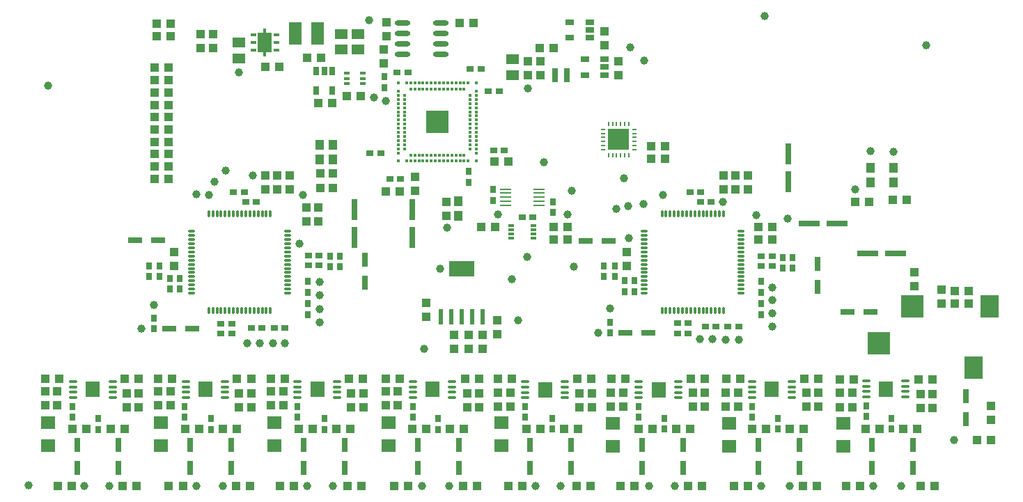
<source format=gtp>
%FSLAX24Y24*%
%MOIN*%
G70*
G01*
G75*
G04 Layer_Color=8421504*
%ADD10R,0.0433X0.0394*%
%ADD11R,0.0591X0.1102*%
%ADD12R,0.0394X0.0433*%
%ADD13R,0.0709X0.0256*%
%ADD14R,0.0256X0.0709*%
%ADD15R,0.0256X0.1024*%
%ADD16R,0.1024X0.0256*%
%ADD17R,0.0276X0.0354*%
%ADD18C,0.0394*%
%ADD19R,0.0709X0.0630*%
%ADD20R,0.0354X0.0276*%
%ADD21O,0.0571X0.0098*%
%ADD22R,0.0236X0.0748*%
%ADD23R,0.1220X0.0748*%
%ADD24R,0.0276X0.0394*%
%ADD25R,0.0256X0.0157*%
%ADD26R,0.0591X0.0512*%
%ADD27R,0.0394X0.0276*%
%ADD28R,0.0276X0.0709*%
%ADD29O,0.0748X0.0236*%
%ADD30R,0.0276X0.0177*%
%ADD31R,0.0650X0.0965*%
%ADD32R,0.0177X0.0207*%
%ADD33O,0.0335X0.0118*%
%ADD34O,0.0118X0.0335*%
%ADD35R,0.0984X0.0984*%
%ADD36O,0.0098X0.0256*%
%ADD37O,0.0256X0.0098*%
%ADD38R,0.0276X0.0118*%
%ADD39R,0.0681X0.0728*%
%ADD40O,0.0402X0.0161*%
%ADD41R,0.1102X0.1102*%
%ADD42R,0.0118X0.0118*%
%ADD43R,0.0118X0.0118*%
%ADD44R,0.0866X0.1102*%
%ADD45R,0.1102X0.1102*%
%ADD46R,0.0433X0.0472*%
%ADD47C,0.0080*%
%ADD48C,0.0120*%
%ADD49C,0.0200*%
%ADD50C,0.0250*%
%ADD51C,0.0350*%
%ADD52C,0.0060*%
%ADD53C,0.0500*%
%ADD54C,0.0100*%
%ADD55C,0.0300*%
%ADD56C,0.0705*%
%ADD57C,0.0500*%
%ADD58C,0.1969*%
%ADD59C,0.1299*%
%ADD60C,0.1496*%
%ADD61R,0.0630X0.0630*%
%ADD62C,0.0630*%
%ADD63C,0.0945*%
%ADD64C,0.0200*%
%ADD65C,0.0240*%
%ADD66C,0.0400*%
%ADD67C,0.0260*%
%ADD68C,0.0160*%
%ADD69C,0.0400*%
%ADD70C,0.0750*%
%ADD71C,0.1680*%
%ADD72C,0.0770*%
%ADD73C,0.1581*%
%ADD74C,0.1109*%
%ADD75C,0.1306*%
%ADD76C,0.0762*%
%ADD77C,0.0951*%
%ADD78C,0.1069*%
%ADD79C,0.0520*%
%ADD80C,0.0600*%
%ADD81C,0.0680*%
%ADD82C,0.1778*%
%ADD83C,0.0530*%
%ADD84R,0.2205X0.0827*%
%ADD85R,0.0118X0.0276*%
%ADD86O,0.0138X0.0551*%
%ADD87C,0.0157*%
%ADD88C,0.0098*%
%ADD89C,0.0039*%
%ADD90C,0.0079*%
%ADD91C,0.0020*%
%ADD92C,0.0063*%
%ADD93C,0.0032*%
%ADD94C,0.0059*%
D10*
X23599Y12989D02*
D03*
X24268D02*
D03*
X9339Y27870D02*
D03*
X8670D02*
D03*
X9339Y27290D02*
D03*
X8670D02*
D03*
X32325Y21420D02*
D03*
X32995D02*
D03*
X47522Y14485D02*
D03*
X46853D02*
D03*
X25013Y10863D02*
D03*
X25682D02*
D03*
X29473Y10870D02*
D03*
X28803D02*
D03*
X37828Y8474D02*
D03*
X37158D02*
D03*
X36304Y5752D02*
D03*
X36973D02*
D03*
X27040Y8474D02*
D03*
X26371D02*
D03*
X25496Y5752D02*
D03*
X26165D02*
D03*
X39628Y8474D02*
D03*
X38958D02*
D03*
X28840D02*
D03*
X28171D02*
D03*
X40280Y5752D02*
D03*
X39611D02*
D03*
X29433Y5752D02*
D03*
X28764D02*
D03*
X43270Y8468D02*
D03*
X42601D02*
D03*
X41658Y5746D02*
D03*
X42327D02*
D03*
X32395Y8474D02*
D03*
X31725D02*
D03*
X30880Y5752D02*
D03*
X31550D02*
D03*
X45070Y8468D02*
D03*
X44401D02*
D03*
X34195Y8474D02*
D03*
X33525D02*
D03*
X45895Y5750D02*
D03*
X45225D02*
D03*
X34778Y5752D02*
D03*
X34109D02*
D03*
X24858Y18147D02*
D03*
X24189D02*
D03*
X27654Y17556D02*
D03*
X28323D02*
D03*
X27654Y18147D02*
D03*
X28323D02*
D03*
X38145Y17530D02*
D03*
X37475D02*
D03*
X38149Y18130D02*
D03*
X37480D02*
D03*
X47522Y15076D02*
D03*
X46853D02*
D03*
X47945Y7950D02*
D03*
X48615D02*
D03*
X44575Y19430D02*
D03*
X43905D02*
D03*
X42102Y19331D02*
D03*
X42771D02*
D03*
X23599Y12320D02*
D03*
X24268D02*
D03*
X12477Y5755D02*
D03*
X13146D02*
D03*
X23343D02*
D03*
X24012D02*
D03*
X11847Y8472D02*
D03*
X12516D02*
D03*
X22713D02*
D03*
X23382D02*
D03*
X9917Y5755D02*
D03*
X9248D02*
D03*
X10036Y8472D02*
D03*
X10705D02*
D03*
X20705Y5755D02*
D03*
X20036D02*
D03*
X20902Y8472D02*
D03*
X21571D02*
D03*
X12516Y10873D02*
D03*
X13185D02*
D03*
X23421Y10873D02*
D03*
X24091D02*
D03*
X9406Y10873D02*
D03*
X8736D02*
D03*
X20311D02*
D03*
X19642D02*
D03*
X7043Y5755D02*
D03*
X7713D02*
D03*
X17792D02*
D03*
X18461D02*
D03*
X6453Y8472D02*
D03*
X7122D02*
D03*
X17280D02*
D03*
X17949D02*
D03*
X4595Y5755D02*
D03*
X3926D02*
D03*
X4642Y8472D02*
D03*
X5311D02*
D03*
X15232Y5755D02*
D03*
X14563D02*
D03*
X15469Y8472D02*
D03*
X16138D02*
D03*
X7122Y10873D02*
D03*
X7791D02*
D03*
X17870D02*
D03*
X18540D02*
D03*
X4012D02*
D03*
X3343D02*
D03*
X14799D02*
D03*
X14130D02*
D03*
X17063Y24072D02*
D03*
X16394D02*
D03*
X24825Y21280D02*
D03*
X25495D02*
D03*
X20310Y19836D02*
D03*
X19640D02*
D03*
X18441Y24426D02*
D03*
X17772D02*
D03*
X13859Y25794D02*
D03*
X14528D02*
D03*
X15855Y26240D02*
D03*
X16525D02*
D03*
X27678Y26703D02*
D03*
X27009D02*
D03*
X32325Y22000D02*
D03*
X32995D02*
D03*
X23166Y27911D02*
D03*
X23835D02*
D03*
X9240Y25762D02*
D03*
X8571D02*
D03*
X9240Y20447D02*
D03*
X8571D02*
D03*
X9240Y21037D02*
D03*
X8571D02*
D03*
X9240Y21628D02*
D03*
X8571D02*
D03*
X9240Y22218D02*
D03*
X8571D02*
D03*
X9240Y23399D02*
D03*
X8571D02*
D03*
X9240Y23990D02*
D03*
X8571D02*
D03*
X9240Y24581D02*
D03*
X8571D02*
D03*
X9240Y25171D02*
D03*
X8571D02*
D03*
X34227Y10870D02*
D03*
X34896D02*
D03*
X45123Y10844D02*
D03*
X45792D02*
D03*
X31087Y10860D02*
D03*
X30418D02*
D03*
X42034Y10859D02*
D03*
X41365D02*
D03*
X39651Y10870D02*
D03*
X40320D02*
D03*
X36590Y10860D02*
D03*
X35920D02*
D03*
X9240Y22809D02*
D03*
X8571D02*
D03*
D11*
X16360Y27400D02*
D03*
X15297D02*
D03*
D12*
X10780Y27379D02*
D03*
Y26710D02*
D03*
X11360Y27379D02*
D03*
Y26710D02*
D03*
X28902Y9512D02*
D03*
Y10181D02*
D03*
X25595Y9531D02*
D03*
Y10200D02*
D03*
X25013Y10211D02*
D03*
Y9542D02*
D03*
X29492Y10181D02*
D03*
Y9512D02*
D03*
X36374Y19938D02*
D03*
Y20608D02*
D03*
X36965Y19938D02*
D03*
Y20608D02*
D03*
X35784Y19938D02*
D03*
Y20608D02*
D03*
X31177Y16277D02*
D03*
Y16946D02*
D03*
X44950Y15975D02*
D03*
Y15305D02*
D03*
X46230Y15155D02*
D03*
Y14485D02*
D03*
X48610Y9575D02*
D03*
Y8905D02*
D03*
X14445Y19938D02*
D03*
Y20608D02*
D03*
X13854Y19938D02*
D03*
Y20608D02*
D03*
X16414Y19072D02*
D03*
Y18403D02*
D03*
X15823Y19072D02*
D03*
Y18403D02*
D03*
X15036Y20608D02*
D03*
Y19938D02*
D03*
X9484Y16277D02*
D03*
Y16946D02*
D03*
X24957Y13678D02*
D03*
Y13009D02*
D03*
X21571Y13836D02*
D03*
Y14505D02*
D03*
X22910Y12300D02*
D03*
Y12970D02*
D03*
X13205Y9515D02*
D03*
Y10184D02*
D03*
X24110Y9515D02*
D03*
Y10184D02*
D03*
X8717Y9594D02*
D03*
Y10263D02*
D03*
X19622Y9594D02*
D03*
Y10263D02*
D03*
X9347D02*
D03*
Y9594D02*
D03*
X20213Y10263D02*
D03*
Y9594D02*
D03*
X12614Y10184D02*
D03*
Y9515D02*
D03*
X23520Y10184D02*
D03*
Y9515D02*
D03*
X7811D02*
D03*
Y10184D02*
D03*
X18559Y9515D02*
D03*
Y10184D02*
D03*
X3323Y9594D02*
D03*
Y10263D02*
D03*
X14150Y9594D02*
D03*
Y10263D02*
D03*
X3914Y10263D02*
D03*
Y9594D02*
D03*
X14740Y10263D02*
D03*
Y9594D02*
D03*
X7221Y10184D02*
D03*
Y9515D02*
D03*
X17969Y10184D02*
D03*
Y9515D02*
D03*
X30099Y27510D02*
D03*
Y26840D02*
D03*
X26438Y25423D02*
D03*
Y26092D02*
D03*
X30769Y25423D02*
D03*
Y26092D02*
D03*
X27029D02*
D03*
Y25423D02*
D03*
X19674Y27930D02*
D03*
Y27261D02*
D03*
X19524Y26631D02*
D03*
Y25962D02*
D03*
X16490Y20695D02*
D03*
Y20025D02*
D03*
X17093Y20695D02*
D03*
Y20026D02*
D03*
X22519Y19355D02*
D03*
Y18685D02*
D03*
X34916Y9551D02*
D03*
Y10220D02*
D03*
X45812Y9486D02*
D03*
Y10156D02*
D03*
X30398Y9541D02*
D03*
Y10210D02*
D03*
X41363Y9526D02*
D03*
Y10195D02*
D03*
X30989Y10210D02*
D03*
Y9541D02*
D03*
X41953Y10195D02*
D03*
Y9526D02*
D03*
X34335Y10210D02*
D03*
Y9541D02*
D03*
X45221Y10156D02*
D03*
Y9486D02*
D03*
X40340Y9551D02*
D03*
Y10220D02*
D03*
X35901Y9541D02*
D03*
Y10210D02*
D03*
X36491D02*
D03*
Y9541D02*
D03*
X39759Y10210D02*
D03*
Y9541D02*
D03*
X21020Y20558D02*
D03*
Y19888D02*
D03*
D13*
X29209Y17478D02*
D03*
X30311D02*
D03*
X7634Y17517D02*
D03*
X8736D02*
D03*
X32191Y13070D02*
D03*
X31089D02*
D03*
X41719Y14060D02*
D03*
X42821D02*
D03*
X10381Y13270D02*
D03*
X9279D02*
D03*
D14*
X23126Y7724D02*
D03*
Y6621D02*
D03*
X12221Y7724D02*
D03*
Y6621D02*
D03*
X21158Y7724D02*
D03*
Y6621D02*
D03*
X10252Y7724D02*
D03*
Y6621D02*
D03*
X17654Y7724D02*
D03*
Y6621D02*
D03*
X6827Y7724D02*
D03*
Y6621D02*
D03*
X15685Y7724D02*
D03*
Y6621D02*
D03*
X44867Y7715D02*
D03*
Y6612D02*
D03*
X33853Y7720D02*
D03*
Y6618D02*
D03*
X42898Y7715D02*
D03*
Y6612D02*
D03*
X31884Y7720D02*
D03*
Y6618D02*
D03*
X39434Y7720D02*
D03*
Y6618D02*
D03*
X28508Y7720D02*
D03*
Y6618D02*
D03*
X37466Y7720D02*
D03*
Y6618D02*
D03*
X26540Y7720D02*
D03*
Y6618D02*
D03*
X18618Y15470D02*
D03*
Y16572D02*
D03*
X47400Y10041D02*
D03*
Y8939D02*
D03*
X40311Y15273D02*
D03*
Y16375D02*
D03*
X4858Y7724D02*
D03*
Y6621D02*
D03*
D15*
X20902Y17635D02*
D03*
Y18974D02*
D03*
X18146Y17635D02*
D03*
Y18974D02*
D03*
X38900Y21639D02*
D03*
Y20301D02*
D03*
D16*
X42691Y16880D02*
D03*
X44029D02*
D03*
X39891Y18320D02*
D03*
X41230D02*
D03*
D17*
X38393Y8468D02*
D03*
Y8980D02*
D03*
X27606Y8468D02*
D03*
Y8980D02*
D03*
X43835Y8462D02*
D03*
Y8974D02*
D03*
X32960Y8468D02*
D03*
Y8980D02*
D03*
X26303Y9039D02*
D03*
Y9551D02*
D03*
X24760Y19426D02*
D03*
Y19938D02*
D03*
X27634Y19348D02*
D03*
Y18836D02*
D03*
X39090Y16693D02*
D03*
Y16181D02*
D03*
X38628Y16693D02*
D03*
Y16181D02*
D03*
X30587Y16277D02*
D03*
Y15765D02*
D03*
X30075Y16277D02*
D03*
Y15765D02*
D03*
X8550Y13274D02*
D03*
Y13786D02*
D03*
X9760Y15174D02*
D03*
Y15686D02*
D03*
X9288Y15174D02*
D03*
Y15686D02*
D03*
X17437Y16749D02*
D03*
Y16237D02*
D03*
X16965Y16749D02*
D03*
Y16237D02*
D03*
X8303Y16277D02*
D03*
Y15765D02*
D03*
X8815Y16277D02*
D03*
Y15765D02*
D03*
X4622Y9043D02*
D03*
Y9554D02*
D03*
X10016Y9043D02*
D03*
Y9554D02*
D03*
X15410Y9043D02*
D03*
Y9554D02*
D03*
X20921Y9043D02*
D03*
Y9554D02*
D03*
X15902Y15529D02*
D03*
Y15017D02*
D03*
X11276Y8964D02*
D03*
Y8452D02*
D03*
X22142Y8964D02*
D03*
Y8452D02*
D03*
X15902Y14466D02*
D03*
Y13954D02*
D03*
X5882Y8964D02*
D03*
Y8452D02*
D03*
X16709Y8964D02*
D03*
Y8452D02*
D03*
X19563Y25332D02*
D03*
Y24820D02*
D03*
X23590Y20284D02*
D03*
Y20796D02*
D03*
X31727Y9039D02*
D03*
Y9551D02*
D03*
X37151Y9039D02*
D03*
Y9551D02*
D03*
X42623Y9073D02*
D03*
Y9585D02*
D03*
X37595Y15529D02*
D03*
Y15017D02*
D03*
X37595Y14466D02*
D03*
Y13954D02*
D03*
X31059Y15056D02*
D03*
Y15568D02*
D03*
X31532Y15056D02*
D03*
Y15568D02*
D03*
X30380Y13064D02*
D03*
Y13576D02*
D03*
D18*
X26815Y5752D02*
D03*
X27996D02*
D03*
X42831Y21769D02*
D03*
X43950Y21750D02*
D03*
X18830Y28040D02*
D03*
X27190Y21240D02*
D03*
X26430Y24790D02*
D03*
X3470Y24910D02*
D03*
X25960Y13680D02*
D03*
X2530Y5770D02*
D03*
X21470Y12300D02*
D03*
X22240Y16150D02*
D03*
X45500Y26840D02*
D03*
X12600Y25550D02*
D03*
X42090Y19930D02*
D03*
X29800Y13070D02*
D03*
X7940Y13270D02*
D03*
X46850Y7930D02*
D03*
X37780Y28240D02*
D03*
X32000Y26120D02*
D03*
X8540Y14420D02*
D03*
X31020Y20480D02*
D03*
X16453Y14879D02*
D03*
X10580Y19700D02*
D03*
X16453Y15509D02*
D03*
Y13580D02*
D03*
Y14210D02*
D03*
X14230Y12580D02*
D03*
X14810D02*
D03*
X13590D02*
D03*
X11170Y19690D02*
D03*
X13010Y12580D02*
D03*
X15670Y19680D02*
D03*
X28550Y19880D02*
D03*
X38860Y18540D02*
D03*
X25660Y15630D02*
D03*
X24996Y18737D02*
D03*
X30380Y14250D02*
D03*
X26410Y16720D02*
D03*
X22580Y18120D02*
D03*
X28343Y18737D02*
D03*
X38146Y14643D02*
D03*
X31960Y19240D02*
D03*
X38146Y15234D02*
D03*
X13270Y20620D02*
D03*
X38146Y13383D02*
D03*
X15510Y17340D02*
D03*
X31280Y17620D02*
D03*
X38146Y14013D02*
D03*
X35770Y19340D02*
D03*
X35900Y12730D02*
D03*
X28650Y16240D02*
D03*
X11980Y20850D02*
D03*
X36520Y12730D02*
D03*
X11430Y20300D02*
D03*
X35270Y12760D02*
D03*
X32900Y19680D02*
D03*
X19051Y24328D02*
D03*
X31240Y19140D02*
D03*
X34680Y12760D02*
D03*
X37370Y18720D02*
D03*
X19642Y24171D02*
D03*
X30666Y19013D02*
D03*
X11827Y5755D02*
D03*
X22654D02*
D03*
X10567D02*
D03*
X21354D02*
D03*
X6394D02*
D03*
X17103D02*
D03*
X5194Y5755D02*
D03*
X15882Y5755D02*
D03*
X33459Y5752D02*
D03*
X44316Y5746D02*
D03*
X32239Y5752D02*
D03*
X42977Y5746D02*
D03*
X38962Y5752D02*
D03*
X37584D02*
D03*
X31350Y26730D02*
D03*
D19*
X25162Y7681D02*
D03*
Y8783D02*
D03*
X3480Y7684D02*
D03*
Y8787D02*
D03*
X8874Y7684D02*
D03*
Y8787D02*
D03*
X14307Y7684D02*
D03*
Y8787D02*
D03*
X19780Y7684D02*
D03*
Y8787D02*
D03*
X30506Y7641D02*
D03*
Y8744D02*
D03*
X36058Y7632D02*
D03*
Y8734D02*
D03*
X41520Y7636D02*
D03*
Y8738D02*
D03*
D20*
X26163Y18619D02*
D03*
X26674D02*
D03*
X38126Y16733D02*
D03*
X37614D02*
D03*
X38126Y16260D02*
D03*
X37614D02*
D03*
X33593Y13528D02*
D03*
X34105D02*
D03*
X33593Y13055D02*
D03*
X34105D02*
D03*
X16433Y16769D02*
D03*
X15921D02*
D03*
X16433Y16297D02*
D03*
X15921D02*
D03*
X11750Y13046D02*
D03*
X12262D02*
D03*
X11750Y13518D02*
D03*
X12262D02*
D03*
X12938Y19338D02*
D03*
X13450D02*
D03*
X12858Y19800D02*
D03*
X12346D02*
D03*
X14806Y13310D02*
D03*
X14294D02*
D03*
X13716D02*
D03*
X13204D02*
D03*
X25316Y21810D02*
D03*
X24804D02*
D03*
X25055Y24643D02*
D03*
X24543D02*
D03*
X18874Y21690D02*
D03*
X19386D02*
D03*
X24189Y25706D02*
D03*
X23677D02*
D03*
X20173Y25557D02*
D03*
X20685D02*
D03*
X19837Y20427D02*
D03*
X20349D02*
D03*
X36526Y13370D02*
D03*
X36014D02*
D03*
X35436D02*
D03*
X34924D02*
D03*
X34701Y19328D02*
D03*
X35213D02*
D03*
X34701Y19800D02*
D03*
X34189D02*
D03*
D21*
X25380Y19958D02*
D03*
Y19761D02*
D03*
Y19564D02*
D03*
Y19367D02*
D03*
Y19171D02*
D03*
X26975Y19958D02*
D03*
Y19761D02*
D03*
Y19564D02*
D03*
Y19367D02*
D03*
Y19171D02*
D03*
D22*
X22264Y13836D02*
D03*
X22764D02*
D03*
X23264D02*
D03*
X23764D02*
D03*
X24264D02*
D03*
D23*
X23264Y16159D02*
D03*
D24*
X17063Y25608D02*
D03*
X16689D02*
D03*
X16315D02*
D03*
Y24663D02*
D03*
X17063D02*
D03*
D25*
X18520Y25509D02*
D03*
Y25253D02*
D03*
Y24997D02*
D03*
X17772D02*
D03*
Y25253D02*
D03*
Y25509D02*
D03*
D26*
X12590Y26226D02*
D03*
Y26974D02*
D03*
X17516Y26631D02*
D03*
Y27379D02*
D03*
X18303Y26631D02*
D03*
Y27379D02*
D03*
X25690Y26171D02*
D03*
Y25423D02*
D03*
D27*
X29391Y27195D02*
D03*
Y27569D02*
D03*
Y27943D02*
D03*
X28446D02*
D03*
Y27195D02*
D03*
X30099Y25423D02*
D03*
Y25797D02*
D03*
Y26171D02*
D03*
X29154D02*
D03*
Y25423D02*
D03*
D28*
X28308Y25403D02*
D03*
X27717D02*
D03*
D29*
X22281Y26413D02*
D03*
Y26913D02*
D03*
Y27413D02*
D03*
Y27913D02*
D03*
X20430Y26413D02*
D03*
Y26913D02*
D03*
Y27413D02*
D03*
Y27913D02*
D03*
D30*
X13288Y26601D02*
D03*
Y26975D02*
D03*
Y27349D02*
D03*
X14391Y26601D02*
D03*
Y26975D02*
D03*
Y27349D02*
D03*
D31*
X13839Y26975D02*
D03*
D32*
Y26394D02*
D03*
Y27556D02*
D03*
D33*
X14947Y17930D02*
D03*
Y17734D02*
D03*
Y17537D02*
D03*
Y17340D02*
D03*
Y17143D02*
D03*
Y16946D02*
D03*
Y16749D02*
D03*
Y16552D02*
D03*
Y16356D02*
D03*
Y16159D02*
D03*
Y15962D02*
D03*
Y15765D02*
D03*
Y15568D02*
D03*
Y15371D02*
D03*
Y15174D02*
D03*
Y14978D02*
D03*
X10321D02*
D03*
Y15174D02*
D03*
Y15371D02*
D03*
Y15568D02*
D03*
Y15765D02*
D03*
Y15962D02*
D03*
Y16159D02*
D03*
Y16356D02*
D03*
Y16552D02*
D03*
Y16749D02*
D03*
Y16946D02*
D03*
Y17143D02*
D03*
Y17340D02*
D03*
Y17537D02*
D03*
Y17734D02*
D03*
Y17930D02*
D03*
X36640D02*
D03*
Y17734D02*
D03*
Y17537D02*
D03*
Y17340D02*
D03*
Y17143D02*
D03*
Y16946D02*
D03*
Y16749D02*
D03*
Y16552D02*
D03*
Y16356D02*
D03*
Y16159D02*
D03*
Y15962D02*
D03*
Y15765D02*
D03*
Y15568D02*
D03*
Y15371D02*
D03*
Y15174D02*
D03*
Y14978D02*
D03*
X32014D02*
D03*
Y15174D02*
D03*
Y15371D02*
D03*
Y15568D02*
D03*
Y15765D02*
D03*
Y15962D02*
D03*
Y16159D02*
D03*
Y16356D02*
D03*
Y16552D02*
D03*
Y16749D02*
D03*
Y16946D02*
D03*
Y17143D02*
D03*
Y17340D02*
D03*
Y17537D02*
D03*
Y17734D02*
D03*
Y17930D02*
D03*
D34*
X14110Y14141D02*
D03*
X13914D02*
D03*
X13717D02*
D03*
X13520D02*
D03*
X13323D02*
D03*
X13126D02*
D03*
X12929D02*
D03*
X12732D02*
D03*
X12536D02*
D03*
X12339D02*
D03*
X12142D02*
D03*
X11945D02*
D03*
X11748D02*
D03*
X11551D02*
D03*
X11354D02*
D03*
X11158D02*
D03*
Y18767D02*
D03*
X11354D02*
D03*
X11551D02*
D03*
X11748D02*
D03*
X11945D02*
D03*
X12142D02*
D03*
X12339D02*
D03*
X12536D02*
D03*
X12732D02*
D03*
X12929D02*
D03*
X13126D02*
D03*
X13323D02*
D03*
X13520D02*
D03*
X13717D02*
D03*
X13914D02*
D03*
X14110D02*
D03*
X35803Y14141D02*
D03*
X35606D02*
D03*
X35410D02*
D03*
X35213D02*
D03*
X35016D02*
D03*
X34819D02*
D03*
X34622D02*
D03*
X34425D02*
D03*
X34228D02*
D03*
X34032D02*
D03*
X33835D02*
D03*
X33638D02*
D03*
X33441D02*
D03*
X33244D02*
D03*
X33047D02*
D03*
X32851D02*
D03*
Y18767D02*
D03*
X33047D02*
D03*
X33244D02*
D03*
X33441D02*
D03*
X33638D02*
D03*
X33835D02*
D03*
X34032D02*
D03*
X34228D02*
D03*
X34425D02*
D03*
X34622D02*
D03*
X34819D02*
D03*
X35016D02*
D03*
X35213D02*
D03*
X35410D02*
D03*
X35606D02*
D03*
X35803D02*
D03*
D35*
X30780Y22330D02*
D03*
D36*
X31272Y21572D02*
D03*
X31075D02*
D03*
X30878D02*
D03*
X30682D02*
D03*
X30485D02*
D03*
X30288D02*
D03*
Y23088D02*
D03*
X30485D02*
D03*
X30682D02*
D03*
X30878D02*
D03*
X31075D02*
D03*
X31272D02*
D03*
D37*
X30022Y21838D02*
D03*
Y22035D02*
D03*
Y22232D02*
D03*
Y22428D02*
D03*
Y22625D02*
D03*
Y22822D02*
D03*
X31538D02*
D03*
Y22625D02*
D03*
Y22428D02*
D03*
Y22232D02*
D03*
Y22035D02*
D03*
Y21838D02*
D03*
D38*
X25646Y17615D02*
D03*
Y17812D02*
D03*
Y18009D02*
D03*
Y18206D02*
D03*
X26709Y17615D02*
D03*
Y17812D02*
D03*
Y18009D02*
D03*
Y18206D02*
D03*
D39*
X5606Y10361D02*
D03*
X27258Y10348D02*
D03*
X38107Y10363D02*
D03*
X32684Y10352D02*
D03*
X43568Y10392D02*
D03*
X16354Y10361D02*
D03*
X11000D02*
D03*
X21866D02*
D03*
D40*
X6551Y9978D02*
D03*
Y10234D02*
D03*
Y10489D02*
D03*
Y10745D02*
D03*
X4662D02*
D03*
Y10489D02*
D03*
Y10234D02*
D03*
Y9978D02*
D03*
X28203Y9964D02*
D03*
Y10220D02*
D03*
Y10476D02*
D03*
Y10732D02*
D03*
X26313D02*
D03*
Y10476D02*
D03*
Y10220D02*
D03*
Y9964D02*
D03*
X39052Y9979D02*
D03*
Y10235D02*
D03*
Y10491D02*
D03*
Y10747D02*
D03*
X37162D02*
D03*
Y10491D02*
D03*
Y10235D02*
D03*
Y9979D02*
D03*
X33629Y9969D02*
D03*
Y10224D02*
D03*
Y10480D02*
D03*
Y10736D02*
D03*
X31740D02*
D03*
Y10480D02*
D03*
Y10224D02*
D03*
Y9969D02*
D03*
X44512Y10008D02*
D03*
Y10264D02*
D03*
Y10520D02*
D03*
Y10776D02*
D03*
X42623D02*
D03*
Y10520D02*
D03*
Y10264D02*
D03*
Y10008D02*
D03*
X17299Y9978D02*
D03*
Y10234D02*
D03*
Y10489D02*
D03*
Y10745D02*
D03*
X15410D02*
D03*
Y10489D02*
D03*
Y10234D02*
D03*
Y9978D02*
D03*
X11945D02*
D03*
Y10234D02*
D03*
Y10489D02*
D03*
Y10745D02*
D03*
X10055D02*
D03*
Y10489D02*
D03*
Y10234D02*
D03*
Y9978D02*
D03*
X22811D02*
D03*
Y10234D02*
D03*
Y10489D02*
D03*
Y10745D02*
D03*
X20921D02*
D03*
Y10489D02*
D03*
Y10234D02*
D03*
Y9978D02*
D03*
D41*
X22103Y23167D02*
D03*
X43225Y12576D02*
D03*
D42*
X20823Y21592D02*
D03*
X21020D02*
D03*
X21217D02*
D03*
X21414D02*
D03*
X21610D02*
D03*
X21807D02*
D03*
X22004D02*
D03*
X22201D02*
D03*
X22398D02*
D03*
X22595D02*
D03*
X22792D02*
D03*
X22988D02*
D03*
X23185D02*
D03*
X23382D02*
D03*
X20232Y21297D02*
D03*
X20626D02*
D03*
X20823D02*
D03*
X21020D02*
D03*
X21217D02*
D03*
X21414D02*
D03*
X21610D02*
D03*
X21807D02*
D03*
X22004D02*
D03*
X22201D02*
D03*
X22398D02*
D03*
X22595D02*
D03*
X22792D02*
D03*
X22988D02*
D03*
X23185D02*
D03*
X23382D02*
D03*
X23579D02*
D03*
X23382Y24741D02*
D03*
X23185D02*
D03*
X22988D02*
D03*
X22792D02*
D03*
X22595D02*
D03*
X22398D02*
D03*
X22201D02*
D03*
X22004D02*
D03*
X21807D02*
D03*
X21610D02*
D03*
X21414D02*
D03*
X21217D02*
D03*
X21020D02*
D03*
X20823D02*
D03*
X20626Y25037D02*
D03*
X20823D02*
D03*
X21020D02*
D03*
X21217D02*
D03*
X21414D02*
D03*
X21610D02*
D03*
X21807D02*
D03*
X22004D02*
D03*
X22201D02*
D03*
X22398D02*
D03*
X22595D02*
D03*
X22792D02*
D03*
X22988D02*
D03*
X23185D02*
D03*
X23382D02*
D03*
X23579D02*
D03*
X23973D02*
D03*
D43*
X23677Y21887D02*
D03*
Y22084D02*
D03*
Y22281D02*
D03*
Y22478D02*
D03*
Y22674D02*
D03*
Y22871D02*
D03*
Y23068D02*
D03*
Y23265D02*
D03*
Y23462D02*
D03*
Y23659D02*
D03*
Y23856D02*
D03*
Y24052D02*
D03*
Y24249D02*
D03*
Y24446D02*
D03*
X20528Y21887D02*
D03*
Y22084D02*
D03*
Y22281D02*
D03*
Y22478D02*
D03*
Y22674D02*
D03*
Y22871D02*
D03*
Y23068D02*
D03*
Y23265D02*
D03*
Y23462D02*
D03*
Y23659D02*
D03*
Y23856D02*
D03*
Y24052D02*
D03*
Y24249D02*
D03*
Y24446D02*
D03*
X23973Y21297D02*
D03*
Y21690D02*
D03*
Y21887D02*
D03*
Y22084D02*
D03*
Y22281D02*
D03*
Y22478D02*
D03*
Y22674D02*
D03*
Y22871D02*
D03*
Y23068D02*
D03*
Y23265D02*
D03*
Y23462D02*
D03*
Y23659D02*
D03*
Y23856D02*
D03*
Y24052D02*
D03*
Y24249D02*
D03*
Y24446D02*
D03*
Y24643D02*
D03*
X20232Y25037D02*
D03*
Y24643D02*
D03*
Y24446D02*
D03*
Y24249D02*
D03*
Y24052D02*
D03*
Y23856D02*
D03*
Y23659D02*
D03*
Y23462D02*
D03*
Y23265D02*
D03*
Y23068D02*
D03*
Y22871D02*
D03*
Y22674D02*
D03*
Y22478D02*
D03*
Y22281D02*
D03*
Y22084D02*
D03*
Y21887D02*
D03*
Y21690D02*
D03*
D44*
X47752Y11415D02*
D03*
X48540Y14328D02*
D03*
D45*
X44839D02*
D03*
D46*
X43930Y20970D02*
D03*
Y20261D02*
D03*
X42820Y20979D02*
D03*
Y20270D02*
D03*
X16480Y22069D02*
D03*
Y21360D02*
D03*
X17100Y22069D02*
D03*
Y21360D02*
D03*
X23100Y18680D02*
D03*
Y19389D02*
D03*
M02*

</source>
